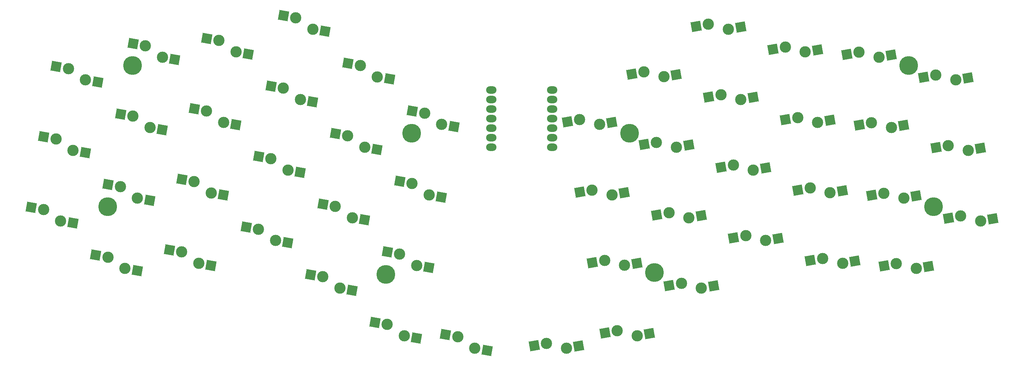
<source format=gbr>
%TF.GenerationSoftware,KiCad,Pcbnew,7.0.5*%
%TF.CreationDate,2023-10-19T00:16:17+09:00*%
%TF.ProjectId,keyboard_011 rev.2.0,6b657962-6f61-4726-945f-303131207265,Rev.2.0*%
%TF.SameCoordinates,Original*%
%TF.FileFunction,Soldermask,Bot*%
%TF.FilePolarity,Negative*%
%FSLAX46Y46*%
G04 Gerber Fmt 4.6, Leading zero omitted, Abs format (unit mm)*
G04 Created by KiCad (PCBNEW 7.0.5) date 2023-10-19 00:16:17*
%MOMM*%
%LPD*%
G01*
G04 APERTURE LIST*
G04 Aperture macros list*
%AMRotRect*
0 Rectangle, with rotation*
0 The origin of the aperture is its center*
0 $1 length*
0 $2 width*
0 $3 Rotation angle, in degrees counterclockwise*
0 Add horizontal line*
21,1,$1,$2,0,0,$3*%
G04 Aperture macros list end*
%ADD10C,3.000000*%
%ADD11RotRect,2.600000X2.600000X190.000000*%
%ADD12RotRect,2.600000X2.600000X170.000000*%
%ADD13C,5.000000*%
%ADD14O,2.748280X1.998980*%
G04 APERTURE END LIST*
D10*
%TO.C,SW42*%
X90663459Y-15301830D03*
X95969524Y-16600166D03*
D11*
X87413594Y-15874869D03*
X99219390Y-16027127D03*
%TD*%
D10*
%TO.C,SW41*%
X67113463Y-13555548D03*
X71655476Y-16590366D03*
D12*
X63863597Y-12982509D03*
X74905341Y-17163405D03*
%TD*%
D10*
%TO.C,SW47*%
X183649459Y5933670D03*
X188955524Y4635334D03*
D11*
X180399594Y5360631D03*
X192205390Y5208373D03*
%TD*%
D10*
%TO.C,SW46*%
X164059459Y7323670D03*
X169365524Y6025334D03*
D11*
X160809594Y6750631D03*
X172615390Y6598373D03*
%TD*%
D10*
%TO.C,SW45*%
X143639459Y13393670D03*
X148945524Y12095334D03*
D11*
X140389594Y12820631D03*
X152195390Y12668373D03*
%TD*%
D10*
%TO.C,SW44*%
X126539459Y703670D03*
X131845524Y-594666D03*
D11*
X123289594Y130631D03*
X135095390Y-21627D03*
%TD*%
D10*
%TO.C,SW43*%
X109458459Y-11954030D03*
X114764524Y-13252366D03*
D11*
X106208594Y-12527069D03*
X118014390Y-12679327D03*
%TD*%
D10*
%TO.C,SW40*%
X48352763Y-10261048D03*
X52894776Y-13295866D03*
D12*
X45102897Y-9688009D03*
X56144641Y-13868905D03*
%TD*%
D10*
%TO.C,SW39*%
X31253063Y2434952D03*
X35795076Y-599866D03*
D12*
X28003197Y3007991D03*
X39044941Y-1172905D03*
%TD*%
D10*
%TO.C,SW38*%
X14146663Y15121852D03*
X18688676Y12087034D03*
D12*
X10896797Y15694891D03*
X21938541Y11513995D03*
%TD*%
D10*
%TO.C,SW37*%
X-6266937Y9044952D03*
X-1724924Y6010134D03*
D12*
X-9516803Y9617991D03*
X1524941Y5437095D03*
%TD*%
D10*
%TO.C,SW36*%
X-25856937Y7674952D03*
X-21314924Y4640134D03*
D12*
X-29106803Y8247991D03*
X-18065059Y4067095D03*
%TD*%
D10*
%TO.C,SW35*%
X200749459Y18623670D03*
X206055524Y17325334D03*
D11*
X197499594Y18050631D03*
X209305390Y17898373D03*
%TD*%
D10*
%TO.C,SW34*%
X180335859Y24690470D03*
X185641924Y23392134D03*
D11*
X177085994Y24117431D03*
X188891790Y23965173D03*
%TD*%
D10*
%TO.C,SW33*%
X160749459Y26083670D03*
X166055524Y24785334D03*
D11*
X157499594Y25510631D03*
X169305390Y25358373D03*
%TD*%
D10*
%TO.C,SW32*%
X140339459Y32153670D03*
X145645524Y30855334D03*
D11*
X137089594Y31580631D03*
X148895390Y31428373D03*
%TD*%
D10*
%TO.C,SW31*%
X123229459Y19463670D03*
X128535524Y18165334D03*
D11*
X119979594Y18890631D03*
X131785390Y18738373D03*
%TD*%
D10*
%TO.C,SW30*%
X106119459Y6783670D03*
X111425524Y5485334D03*
D11*
X102869594Y6210631D03*
X114675390Y6058373D03*
%TD*%
D10*
%TO.C,SW29*%
X51663063Y8504952D03*
X56205076Y5470134D03*
D12*
X48413197Y9077991D03*
X59454941Y4897095D03*
%TD*%
D10*
%TO.C,SW28*%
X34563063Y21194952D03*
X39105076Y18160134D03*
D12*
X31313197Y21767991D03*
X42354941Y17587095D03*
%TD*%
D10*
%TO.C,SW27*%
X17453063Y33884952D03*
X21995076Y30850134D03*
D12*
X14203197Y34457991D03*
X25244941Y30277095D03*
%TD*%
D10*
%TO.C,SW26*%
X-2963337Y27811852D03*
X1578676Y24777034D03*
D12*
X-6213203Y28384891D03*
X4828541Y24203995D03*
%TD*%
D10*
%TO.C,SW25*%
X-22546937Y26424952D03*
X-18004924Y23390134D03*
D12*
X-25796803Y26997991D03*
X-14755059Y22817095D03*
%TD*%
D10*
%TO.C,SW24*%
X-42966937Y20354952D03*
X-38424924Y17320134D03*
D12*
X-46216803Y20927991D03*
X-35175059Y16747095D03*
%TD*%
D10*
%TO.C,SW23*%
X197439459Y37383670D03*
X202745524Y36085334D03*
D11*
X194189594Y36810631D03*
X205995390Y36658373D03*
%TD*%
D10*
%TO.C,SW22*%
X177019459Y43453670D03*
X182325524Y42155334D03*
D11*
X173769594Y42880631D03*
X185575390Y42728373D03*
%TD*%
D10*
%TO.C,SW21*%
X157439459Y44843670D03*
X162745524Y43545334D03*
D11*
X154189594Y44270631D03*
X165995390Y44118373D03*
%TD*%
D10*
%TO.C,SW20*%
X137029459Y50913670D03*
X142335524Y49615334D03*
D11*
X133779594Y50340631D03*
X145585390Y50188373D03*
%TD*%
D10*
%TO.C,SW19*%
X119919459Y38233670D03*
X125225524Y36935334D03*
D11*
X116669594Y37660631D03*
X128475390Y37508373D03*
%TD*%
D10*
%TO.C,SW18*%
X102809459Y25533670D03*
X108115524Y24235334D03*
D11*
X99559594Y24960631D03*
X111365390Y24808373D03*
%TD*%
D10*
%TO.C,SW17*%
X54976663Y27281752D03*
X59518676Y24246934D03*
D12*
X51726797Y27854791D03*
X62768541Y23673895D03*
%TD*%
D10*
%TO.C,SW16*%
X37866663Y39961852D03*
X42408676Y36927034D03*
D12*
X34616797Y40534891D03*
X45658541Y36353995D03*
%TD*%
D10*
%TO.C,SW15*%
X20763063Y52644952D03*
X25305076Y49610134D03*
D12*
X17513197Y53217991D03*
X28554941Y49037095D03*
%TD*%
D10*
%TO.C,SW14*%
X343063Y46574952D03*
X4885076Y43540134D03*
D12*
X-2906803Y47147991D03*
X8134941Y42967095D03*
%TD*%
D10*
%TO.C,SW13*%
X-19236937Y45184952D03*
X-14694924Y42150134D03*
D12*
X-22486803Y45757991D03*
X-11445059Y41577095D03*
%TD*%
D10*
%TO.C,SW12*%
X-39656937Y39114952D03*
X-35114924Y36080134D03*
D12*
X-42906803Y39687991D03*
X-31865059Y35507095D03*
%TD*%
D10*
%TO.C,SW11*%
X194135859Y56150470D03*
X199441924Y54852134D03*
D11*
X190885994Y55577431D03*
X202691790Y55425173D03*
%TD*%
D10*
%TO.C,SW10*%
X173719459Y62223670D03*
X179025524Y60925334D03*
D11*
X170469594Y61650631D03*
X182275390Y61498373D03*
%TD*%
D10*
%TO.C,SW9*%
X154129459Y63593670D03*
X159435524Y62295334D03*
D11*
X150879594Y63020631D03*
X162685390Y62868373D03*
%TD*%
D10*
%TO.C,SW8*%
X133719459Y69673670D03*
X139025524Y68375334D03*
D11*
X130469594Y69100631D03*
X142275390Y68948373D03*
%TD*%
D10*
%TO.C,SW7*%
X116605859Y56980470D03*
X121911924Y55682134D03*
D11*
X113355994Y56407431D03*
X125161790Y56255173D03*
%TD*%
D10*
%TO.C,SW6*%
X99499459Y44293670D03*
X104805524Y42995334D03*
D11*
X96249594Y43720631D03*
X108055390Y43568373D03*
%TD*%
D10*
%TO.C,SW5*%
X58283063Y46024952D03*
X62825076Y42990134D03*
D12*
X55033197Y46597991D03*
X66074941Y42417095D03*
%TD*%
D10*
%TO.C,SW4*%
X41183063Y58714952D03*
X45725076Y55680134D03*
D12*
X37933197Y59287991D03*
X48974941Y55107095D03*
%TD*%
D10*
%TO.C,SW3*%
X24073063Y71404952D03*
X28615076Y68370134D03*
D12*
X20823197Y71977991D03*
X31864941Y67797095D03*
%TD*%
D10*
%TO.C,SW2*%
X3653063Y65334952D03*
X8195076Y62300134D03*
D12*
X403197Y65907991D03*
X11444941Y61727095D03*
%TD*%
D10*
%TO.C,SW1*%
X-15926937Y63944952D03*
X-11384924Y60910134D03*
D12*
X-19176803Y64517991D03*
X-8135059Y60337095D03*
%TD*%
D10*
%TO.C,SW0*%
X-36346937Y57874952D03*
X-31804924Y54840134D03*
D12*
X-39596803Y58447991D03*
X-28555059Y54267095D03*
%TD*%
D13*
%TO.C,H6*%
X193506200Y21117800D03*
%TD*%
%TO.C,H4*%
X-25949800Y21117700D03*
%TD*%
%TO.C,H1*%
X54822200Y40675700D03*
%TD*%
%TO.C,H7*%
X119338200Y3591700D03*
%TD*%
%TO.C,H3*%
X186902200Y58709700D03*
%TD*%
%TO.C,H2*%
X112734200Y40675700D03*
%TD*%
%TO.C,H0*%
X-19345800Y58709700D03*
%TD*%
D14*
%TO.C,U0*%
X76018700Y52153800D03*
X76018700Y49613800D03*
X76018700Y47073800D03*
X76018700Y44533800D03*
X76018700Y41993800D03*
X76018700Y39453800D03*
X76018700Y36913800D03*
X92207900Y36913800D03*
X92207900Y39453800D03*
X92207900Y41993800D03*
X92207900Y44533800D03*
X92207900Y47073800D03*
X92182500Y49613800D03*
X92207900Y52153800D03*
%TD*%
D13*
%TO.C,H5*%
X47964200Y3083700D03*
%TD*%
M02*

</source>
